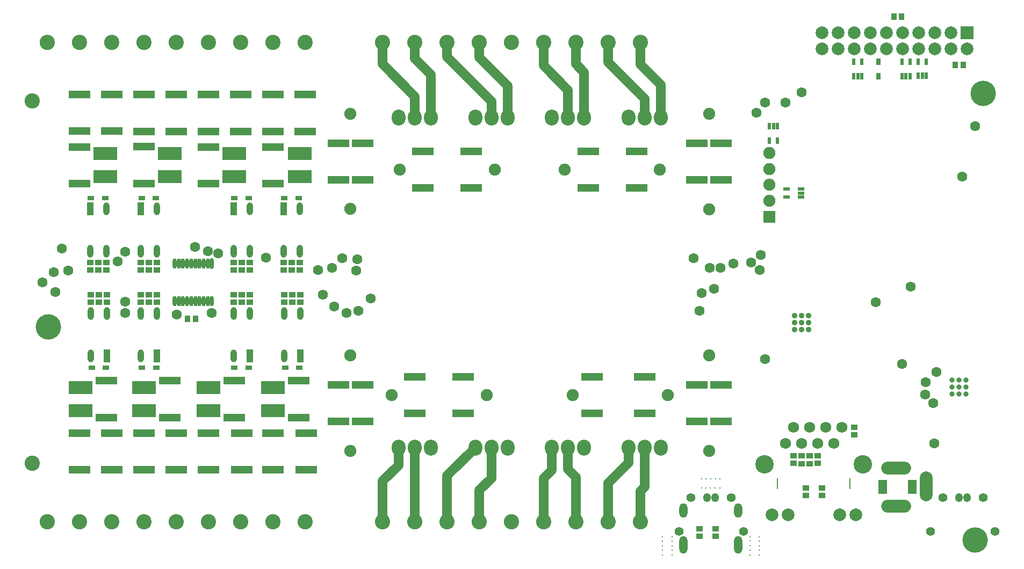
<source format=gbs>
%TF.GenerationSoftware,Altium Limited,Altium Designer,18.1.9 (240)*%
G04 Layer_Color=16711935*
%FSLAX25Y25*%
%MOIN*%
%TF.FileFunction,Soldermask,Bot*%
%TF.Part,Single*%
G01*
G75*
%TA.AperFunction,NonConductor*%
%ADD89C,0.05906*%
%TA.AperFunction,SMDPad,CuDef*%
%ADD90C,0.15748*%
%ADD91R,0.05524X0.08950*%
%ADD92R,0.04147X0.03556*%
%ADD93R,0.03950X0.07887*%
%ADD94O,0.03950X0.07887*%
%ADD95R,0.13595X0.04540*%
%ADD96R,0.14580X0.08477*%
%ADD97R,0.04147X0.02572*%
%ADD98R,0.02375X0.04147*%
%ADD99R,0.04343X0.03753*%
%ADD100R,0.04147X0.02375*%
%ADD101R,0.03753X0.04343*%
%ADD102O,0.02572X0.06312*%
%ADD103O,0.02572X0.06902*%
%ADD104R,0.03556X0.04147*%
%ADD105R,0.02572X0.04147*%
%TA.AperFunction,ComponentPad*%
%ADD106C,0.05524*%
%ADD107O,0.04737X0.05524*%
%ADD108O,0.07887X0.18517*%
%ADD109O,0.18517X0.07887*%
%TA.AperFunction,WasherPad*%
%ADD110C,0.00800*%
%TA.AperFunction,ComponentPad*%
%ADD111O,0.05131X0.09068*%
%ADD112O,0.05131X0.11036*%
%ADD113C,0.07493*%
%ADD114C,0.09461*%
%ADD115R,0.07493X0.07493*%
%TA.AperFunction,ViaPad*%
%ADD116C,0.09461*%
%TA.AperFunction,ComponentPad*%
%ADD117C,0.07887*%
%ADD118R,0.07887X0.07887*%
%ADD119O,0.08674X0.09855*%
%ADD120C,0.06800*%
%ADD121C,0.11430*%
%ADD122O,0.00800X0.06786*%
%TA.AperFunction,ViaPad*%
%ADD123C,0.06312*%
%ADD124C,0.03162*%
%ADD125C,0.03556*%
D89*
X642445Y156244D02*
Y175445D01*
X645000Y178000D01*
Y202500D01*
X635000Y193000D02*
Y202500D01*
X622445Y180445D02*
X635000Y193000D01*
X622445Y156244D02*
Y180445D01*
X602445Y156244D02*
Y184055D01*
X597500Y189000D02*
X602445Y184055D01*
X597500Y189000D02*
Y202500D01*
X587500Y188500D02*
Y202500D01*
X582445Y183445D02*
X587500Y188500D01*
X582445Y156244D02*
Y183445D01*
X542500Y176000D02*
X550000Y183500D01*
Y202500D01*
X542500Y156244D02*
Y176000D01*
X522516Y185016D02*
X540000Y202500D01*
X522516Y156216D02*
Y185016D01*
X502374Y202500D02*
X502417Y156244D01*
X492374Y191457D02*
Y202500D01*
X482445Y181528D02*
X492374Y191457D01*
X482445Y156244D02*
Y181528D01*
X542374Y445659D02*
Y453883D01*
Y444626D02*
Y445659D01*
Y444626D02*
X560000Y427000D01*
X655000Y407500D02*
Y427583D01*
X642374Y440209D02*
X655000Y427583D01*
X645000Y407500D02*
Y419000D01*
X622374Y441626D02*
X645000Y419000D01*
X607500Y407500D02*
Y435500D01*
X602374Y440626D02*
X607500Y435500D01*
X582374Y439626D02*
X597500Y424500D01*
Y407500D02*
Y424500D01*
X560000Y407500D02*
Y427000D01*
X550000Y407500D02*
Y417500D01*
X522374Y445126D02*
X550000Y417500D01*
X642374Y440209D02*
Y453883D01*
X622374Y441626D02*
Y453883D01*
X602374Y440626D02*
Y453883D01*
X582374Y439626D02*
Y453883D01*
X522374Y445126D02*
Y453883D01*
X512500Y407500D02*
Y433894D01*
X502374Y444020D02*
X512500Y433894D01*
X502374Y444020D02*
Y453883D01*
X502500Y407500D02*
Y420500D01*
X482374Y440626D02*
X502500Y420500D01*
X482374Y440626D02*
Y453883D01*
D90*
X850000Y145000D02*
D03*
X854957Y422500D02*
D03*
X275000Y277500D02*
D03*
D91*
X792866Y178000D02*
D03*
X811134D02*
D03*
D92*
X679263Y152103D02*
D03*
Y147378D02*
D03*
X689196Y152103D02*
D03*
Y147378D02*
D03*
X775032Y210276D02*
D03*
Y215000D02*
D03*
X737487Y197362D02*
D03*
Y192638D02*
D03*
X752500Y192638D02*
D03*
Y197362D02*
D03*
X426000Y317362D02*
D03*
Y312638D02*
D03*
X421000Y312638D02*
D03*
Y317362D02*
D03*
X301000Y312638D02*
D03*
Y317362D02*
D03*
X306000Y317362D02*
D03*
Y312638D02*
D03*
X332496Y312638D02*
D03*
Y317362D02*
D03*
X337500Y317362D02*
D03*
Y312638D02*
D03*
X390000Y312638D02*
D03*
Y317362D02*
D03*
X395000Y317362D02*
D03*
Y312638D02*
D03*
X431500Y297362D02*
D03*
Y292638D02*
D03*
X426500Y292637D02*
D03*
Y297362D02*
D03*
X400000Y297362D02*
D03*
Y292638D02*
D03*
X395000Y292638D02*
D03*
Y297362D02*
D03*
X342496Y297362D02*
D03*
Y292638D02*
D03*
X337500Y292638D02*
D03*
Y297362D02*
D03*
X311500D02*
D03*
Y292638D02*
D03*
X306500D02*
D03*
Y297362D02*
D03*
X755032Y177362D02*
D03*
Y172638D02*
D03*
X744994Y177362D02*
D03*
Y172638D02*
D03*
D93*
X311500Y259311D02*
D03*
X342496Y259311D02*
D03*
X400000Y259311D02*
D03*
X431500D02*
D03*
X390000Y350689D02*
D03*
X332496Y350689D02*
D03*
X421000Y350689D02*
D03*
X301000Y350689D02*
D03*
D94*
X301500Y259311D02*
D03*
X311500Y285689D02*
D03*
X301500D02*
D03*
X332496Y259311D02*
D03*
X342496Y285689D02*
D03*
X332496D02*
D03*
X390000Y259311D02*
D03*
X400000Y285689D02*
D03*
X390000D02*
D03*
X421500Y259311D02*
D03*
X431500Y285689D02*
D03*
X421500D02*
D03*
X400000Y324311D02*
D03*
X390000D02*
D03*
X400000Y350689D02*
D03*
X342496Y324311D02*
D03*
X332496D02*
D03*
X342496Y350689D02*
D03*
X431000Y350689D02*
D03*
X421000Y324311D02*
D03*
X431000D02*
D03*
X311000Y324311D02*
D03*
X301000D02*
D03*
X311000Y350689D02*
D03*
D95*
X294500Y389115D02*
D03*
Y366281D02*
D03*
X334429Y389186D02*
D03*
Y366352D02*
D03*
X374500Y389115D02*
D03*
Y366281D02*
D03*
X414500Y389115D02*
D03*
Y366281D02*
D03*
X470000Y391417D02*
D03*
Y368583D02*
D03*
X455000D02*
D03*
Y391417D02*
D03*
X314429Y421686D02*
D03*
Y398852D02*
D03*
X430500Y243917D02*
D03*
Y221083D02*
D03*
X390500Y243917D02*
D03*
Y221083D02*
D03*
X350500Y243917D02*
D03*
Y221083D02*
D03*
X311000Y243917D02*
D03*
Y221083D02*
D03*
X435000Y188583D02*
D03*
Y211417D02*
D03*
X470000Y218583D02*
D03*
Y241417D02*
D03*
X455000D02*
D03*
Y218583D02*
D03*
X502500Y246417D02*
D03*
Y223583D02*
D03*
X532500D02*
D03*
Y246417D02*
D03*
X612500Y223583D02*
D03*
Y246417D02*
D03*
X645000D02*
D03*
Y223583D02*
D03*
X677500Y218583D02*
D03*
Y241417D02*
D03*
X692500D02*
D03*
Y218583D02*
D03*
X507500Y363583D02*
D03*
Y386417D02*
D03*
X537500D02*
D03*
Y363583D02*
D03*
X610000Y386417D02*
D03*
Y363583D02*
D03*
X640000D02*
D03*
Y386417D02*
D03*
X677500Y391417D02*
D03*
Y368583D02*
D03*
X692500D02*
D03*
Y391417D02*
D03*
X434500Y398781D02*
D03*
Y421615D02*
D03*
X414500Y398781D02*
D03*
Y421615D02*
D03*
X294500Y398863D02*
D03*
Y421698D02*
D03*
X334500Y398781D02*
D03*
Y421615D02*
D03*
X354429Y398781D02*
D03*
Y421615D02*
D03*
X374465Y398816D02*
D03*
Y421651D02*
D03*
X394500Y398781D02*
D03*
Y421615D02*
D03*
X414571Y211417D02*
D03*
Y188583D02*
D03*
X395000Y211417D02*
D03*
Y188583D02*
D03*
X374571Y211417D02*
D03*
Y188583D02*
D03*
X354571Y211347D02*
D03*
Y188512D02*
D03*
X334500Y211417D02*
D03*
Y188583D02*
D03*
X314571Y211347D02*
D03*
Y188512D02*
D03*
X294500Y211417D02*
D03*
Y188583D02*
D03*
D96*
X310500Y370513D02*
D03*
Y384883D02*
D03*
X350429Y370584D02*
D03*
Y384954D02*
D03*
X390500Y370513D02*
D03*
Y384883D02*
D03*
X431000Y370513D02*
D03*
Y384883D02*
D03*
X414500Y225315D02*
D03*
Y239685D02*
D03*
X374571Y225315D02*
D03*
Y239685D02*
D03*
X334500Y225315D02*
D03*
Y239685D02*
D03*
X295071Y225315D02*
D03*
Y239685D02*
D03*
D97*
X310429Y357500D02*
D03*
X301571D02*
D03*
X341929D02*
D03*
X333071D02*
D03*
X399351Y357429D02*
D03*
X390493D02*
D03*
X430429Y357500D02*
D03*
X421571D02*
D03*
X310929Y252000D02*
D03*
X302071D02*
D03*
X342003D02*
D03*
X333145D02*
D03*
X399351D02*
D03*
X390493D02*
D03*
X430831Y252028D02*
D03*
X421972D02*
D03*
D98*
X722441Y401929D02*
D03*
X725000D02*
D03*
X727559D02*
D03*
Y393071D02*
D03*
X722441D02*
D03*
X809783Y433071D02*
D03*
X807224D02*
D03*
X804665D02*
D03*
Y441929D02*
D03*
X809783D02*
D03*
X819835Y433209D02*
D03*
X817276D02*
D03*
X814717D02*
D03*
Y442067D02*
D03*
X819835D02*
D03*
X779921Y432996D02*
D03*
X777362D02*
D03*
X774803D02*
D03*
Y441854D02*
D03*
X779921D02*
D03*
D99*
X742500Y197362D02*
D03*
Y192441D02*
D03*
X747500Y197362D02*
D03*
Y192441D02*
D03*
X431000Y317460D02*
D03*
Y312539D02*
D03*
X311000Y317460D02*
D03*
Y312539D02*
D03*
X342500Y317461D02*
D03*
Y312539D02*
D03*
X400000Y317461D02*
D03*
Y312539D02*
D03*
X421500Y292539D02*
D03*
Y297461D02*
D03*
X390000Y292539D02*
D03*
Y297461D02*
D03*
X332496Y292539D02*
D03*
Y297461D02*
D03*
X301500Y292539D02*
D03*
Y297461D02*
D03*
D100*
X741984Y363059D02*
D03*
Y360500D02*
D03*
Y357941D02*
D03*
X733126D02*
D03*
Y363059D02*
D03*
D101*
X837705Y440000D02*
D03*
X842626D02*
D03*
X366280Y282500D02*
D03*
X361358D02*
D03*
D102*
X376516Y293386D02*
D03*
X373957D02*
D03*
X371398D02*
D03*
X368839D02*
D03*
X366280D02*
D03*
X363720D02*
D03*
X361161D02*
D03*
X358602D02*
D03*
X356043D02*
D03*
X353484D02*
D03*
X373957Y316614D02*
D03*
X371398D02*
D03*
X368839D02*
D03*
X366280D02*
D03*
X363720D02*
D03*
X361161D02*
D03*
X358602D02*
D03*
X356043D02*
D03*
X353484D02*
D03*
D103*
X376516D02*
D03*
D104*
X799866Y470000D02*
D03*
X804591D02*
D03*
D105*
X790000Y441854D02*
D03*
Y432996D02*
D03*
D106*
X862579Y150484D02*
D03*
X822579Y150500D02*
D03*
X855059Y171500D02*
D03*
X830079D02*
D03*
X706283Y150225D02*
D03*
X666283Y150241D02*
D03*
X698763Y171241D02*
D03*
X673783D02*
D03*
D107*
X845067Y171500D02*
D03*
X840079D02*
D03*
X688771Y171241D02*
D03*
X683783D02*
D03*
D108*
X819898Y178205D02*
D03*
D109*
X801000Y189622D02*
D03*
Y166000D02*
D03*
D110*
X715969Y135827D02*
D03*
Y138524D02*
D03*
Y141476D02*
D03*
Y144429D02*
D03*
Y147126D02*
D03*
X710429D02*
D03*
Y144524D02*
D03*
Y141571D02*
D03*
Y138618D02*
D03*
Y135827D02*
D03*
X656000D02*
D03*
Y138547D02*
D03*
Y141500D02*
D03*
Y144453D02*
D03*
Y147126D02*
D03*
X662094Y135827D02*
D03*
Y138547D02*
D03*
Y141500D02*
D03*
Y144453D02*
D03*
Y147126D02*
D03*
X680315Y183039D02*
D03*
X683047D02*
D03*
X686000D02*
D03*
X688953D02*
D03*
X691614D02*
D03*
Y177500D02*
D03*
X688858D02*
D03*
X685906D02*
D03*
X682953D02*
D03*
X680315D02*
D03*
D111*
X669235Y163241D02*
D03*
X703251D02*
D03*
D112*
X669235Y142139D02*
D03*
X703251D02*
D03*
D113*
X462500Y200472D02*
D03*
Y259528D02*
D03*
X487972Y235000D02*
D03*
X547028D02*
D03*
X600472D02*
D03*
X659528D02*
D03*
X685000Y259528D02*
D03*
Y200472D02*
D03*
Y409528D02*
D03*
Y350472D02*
D03*
X654528Y375000D02*
D03*
X595472D02*
D03*
X552044D02*
D03*
X492989D02*
D03*
X462500Y350551D02*
D03*
Y409606D02*
D03*
X722555Y385197D02*
D03*
Y375354D02*
D03*
Y365512D02*
D03*
Y355669D02*
D03*
D114*
X274571Y156244D02*
D03*
X354571D02*
D03*
X414500Y453883D02*
D03*
X374500D02*
D03*
X334500D02*
D03*
X294500D02*
D03*
X502374D02*
D03*
X542374D02*
D03*
X602374D02*
D03*
X642374D02*
D03*
X622445Y156244D02*
D03*
X582445D02*
D03*
X522516Y156216D02*
D03*
X482445Y156244D02*
D03*
X482374Y453883D02*
D03*
X522374D02*
D03*
X582374D02*
D03*
X622374D02*
D03*
X642445Y156244D02*
D03*
X602445D02*
D03*
X542500D02*
D03*
X502417D02*
D03*
X274500Y453883D02*
D03*
X314500D02*
D03*
X354500D02*
D03*
X394500D02*
D03*
X434500D02*
D03*
X434571Y156244D02*
D03*
X414571D02*
D03*
X394571D02*
D03*
X374571D02*
D03*
X334571D02*
D03*
X314571D02*
D03*
X294571D02*
D03*
D115*
X722555Y345827D02*
D03*
D116*
X562374Y453883D02*
D03*
X562445Y156244D02*
D03*
X265039Y192609D02*
D03*
X264968Y417518D02*
D03*
D117*
X795032Y460002D02*
D03*
Y450002D02*
D03*
X785032Y460002D02*
D03*
Y450002D02*
D03*
X775032Y460002D02*
D03*
Y450002D02*
D03*
X805032D02*
D03*
Y460002D02*
D03*
X815032Y450002D02*
D03*
Y460002D02*
D03*
X825032Y450002D02*
D03*
Y460002D02*
D03*
X835032Y450002D02*
D03*
Y460002D02*
D03*
X845032Y450002D02*
D03*
X765032Y460002D02*
D03*
Y450002D02*
D03*
X755032Y460002D02*
D03*
Y450002D02*
D03*
X766115Y160709D02*
D03*
X776115D02*
D03*
X733949D02*
D03*
X723949D02*
D03*
D118*
X845032Y460002D02*
D03*
D119*
X645000Y202500D02*
D03*
X635000D02*
D03*
X655000D02*
D03*
X597500D02*
D03*
X587500D02*
D03*
X607500D02*
D03*
X550000D02*
D03*
X540000D02*
D03*
X560000D02*
D03*
X502374D02*
D03*
X492374D02*
D03*
X512374D02*
D03*
X645000Y407500D02*
D03*
X655000D02*
D03*
X635000D02*
D03*
X597500D02*
D03*
X607500D02*
D03*
X587500D02*
D03*
X550000D02*
D03*
X560000D02*
D03*
X540000D02*
D03*
X502500D02*
D03*
X512500D02*
D03*
X492500D02*
D03*
D120*
X762512Y205000D02*
D03*
X752512D02*
D03*
X742512D02*
D03*
X732512D02*
D03*
X767512Y215000D02*
D03*
X757512D02*
D03*
X737512D02*
D03*
X747512D02*
D03*
D121*
X719540Y192008D02*
D03*
X780524D02*
D03*
D122*
X772532Y180000D02*
D03*
X727532D02*
D03*
D123*
X719862Y416693D02*
D03*
X742500Y423079D02*
D03*
X376516Y285846D02*
D03*
X700220Y316614D02*
D03*
X354921Y285000D02*
D03*
X283500Y326000D02*
D03*
X322750Y286000D02*
D03*
Y293000D02*
D03*
X373957Y324500D02*
D03*
X322618Y324000D02*
D03*
X380500Y323000D02*
D03*
X685413Y314108D02*
D03*
X692000D02*
D03*
X675558Y320000D02*
D03*
X680500Y298297D02*
D03*
X688000Y300864D02*
D03*
X679058Y287500D02*
D03*
X849964Y401893D02*
D03*
X824878Y205000D02*
D03*
X460000Y285953D02*
D03*
X804878Y254500D02*
D03*
X819500Y243000D02*
D03*
X819000Y235500D02*
D03*
X826000Y249500D02*
D03*
X824000Y230000D02*
D03*
X732579Y416693D02*
D03*
X714500Y410500D02*
D03*
X716500Y312539D02*
D03*
X711000Y317362D02*
D03*
X717000Y322000D02*
D03*
X842084Y370584D02*
D03*
X467500Y287477D02*
D03*
X475112Y295026D02*
D03*
X466000Y312359D02*
D03*
X466724Y319224D02*
D03*
X457500Y319857D02*
D03*
X442402Y312638D02*
D03*
X366247Y326977D02*
D03*
X452500Y290000D02*
D03*
X445500Y297500D02*
D03*
X451000Y314000D02*
D03*
X410000Y320500D02*
D03*
X271500Y305000D02*
D03*
X278500Y311500D02*
D03*
X279500Y299000D02*
D03*
X318000Y318000D02*
D03*
X287500Y312449D02*
D03*
X810000Y302468D02*
D03*
X788500Y292572D02*
D03*
X719862Y257500D02*
D03*
D124*
X844303Y244297D02*
D03*
Y239966D02*
D03*
Y235635D02*
D03*
X839972Y244297D02*
D03*
Y239966D02*
D03*
Y235635D02*
D03*
X835642Y244297D02*
D03*
Y239966D02*
D03*
Y235635D02*
D03*
D125*
X746846Y275669D02*
D03*
X742516D02*
D03*
X738185D02*
D03*
X746846Y280000D02*
D03*
X742516D02*
D03*
X738185D02*
D03*
X746846Y284331D02*
D03*
X742516D02*
D03*
X738185D02*
D03*
%TF.MD5,de6a056b1b0160a7e679ed3382729b84*%
M02*

</source>
